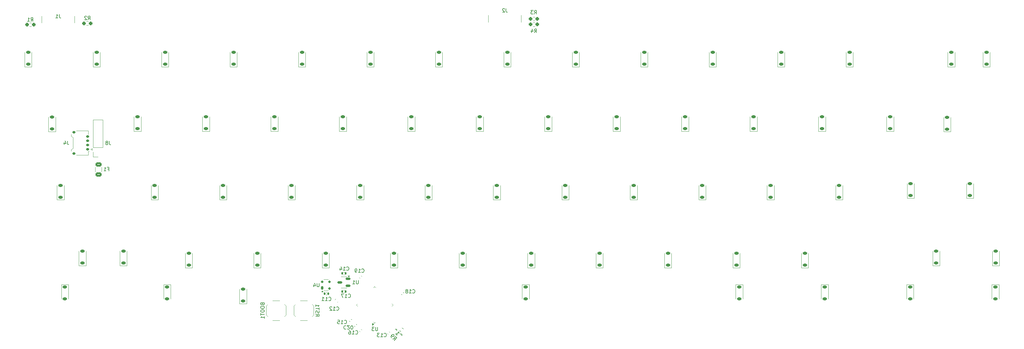
<source format=gbo>
G04 #@! TF.GenerationSoftware,KiCad,Pcbnew,8.0.4*
G04 #@! TF.CreationDate,2024-08-26T00:00:45+02:00*
G04 #@! TF.ProjectId,keyboard,6b657962-6f61-4726-942e-6b696361645f,rev?*
G04 #@! TF.SameCoordinates,Original*
G04 #@! TF.FileFunction,Legend,Bot*
G04 #@! TF.FilePolarity,Positive*
%FSLAX46Y46*%
G04 Gerber Fmt 4.6, Leading zero omitted, Abs format (unit mm)*
G04 Created by KiCad (PCBNEW 8.0.4) date 2024-08-26 00:00:45*
%MOMM*%
%LPD*%
G01*
G04 APERTURE LIST*
G04 Aperture macros list*
%AMRoundRect*
0 Rectangle with rounded corners*
0 $1 Rounding radius*
0 $2 $3 $4 $5 $6 $7 $8 $9 X,Y pos of 4 corners*
0 Add a 4 corners polygon primitive as box body*
4,1,4,$2,$3,$4,$5,$6,$7,$8,$9,$2,$3,0*
0 Add four circle primitives for the rounded corners*
1,1,$1+$1,$2,$3*
1,1,$1+$1,$4,$5*
1,1,$1+$1,$6,$7*
1,1,$1+$1,$8,$9*
0 Add four rect primitives between the rounded corners*
20,1,$1+$1,$2,$3,$4,$5,0*
20,1,$1+$1,$4,$5,$6,$7,0*
20,1,$1+$1,$6,$7,$8,$9,0*
20,1,$1+$1,$8,$9,$2,$3,0*%
G04 Aperture macros list end*
%ADD10C,0.150000*%
%ADD11C,0.160000*%
%ADD12C,0.120000*%
%ADD13RoundRect,0.237500X-0.344715X0.008839X0.008839X-0.344715X0.344715X-0.008839X-0.008839X0.344715X0*%
%ADD14C,1.750000*%
%ADD15C,4.000000*%
%ADD16C,2.500000*%
%ADD17O,4.900000X2.500000*%
%ADD18C,3.048000*%
%ADD19C,3.987800*%
%ADD20RoundRect,0.225000X-0.375000X0.225000X-0.375000X-0.225000X0.375000X-0.225000X0.375000X0.225000X0*%
%ADD21RoundRect,0.225000X0.375000X-0.225000X0.375000X0.225000X-0.375000X0.225000X-0.375000X-0.225000X0*%
%ADD22RoundRect,0.140000X0.219203X0.021213X0.021213X0.219203X-0.219203X-0.021213X-0.021213X-0.219203X0*%
%ADD23RoundRect,0.140000X-0.219203X-0.021213X-0.021213X-0.219203X0.219203X0.021213X0.021213X0.219203X0*%
%ADD24O,8.000000X5.000000*%
%ADD25O,10.000000X5.000000*%
%ADD26RoundRect,0.237500X-0.250000X-0.237500X0.250000X-0.237500X0.250000X0.237500X-0.250000X0.237500X0*%
%ADD27RoundRect,0.140000X-0.140000X-0.170000X0.140000X-0.170000X0.140000X0.170000X-0.140000X0.170000X0*%
%ADD28RoundRect,0.237500X0.250000X0.237500X-0.250000X0.237500X-0.250000X-0.237500X0.250000X-0.237500X0*%
%ADD29RoundRect,0.250000X-0.625000X0.375000X-0.625000X-0.375000X0.625000X-0.375000X0.625000X0.375000X0*%
%ADD30R,1.700000X1.700000*%
%ADD31O,1.700000X1.700000*%
%ADD32RoundRect,0.140000X0.140000X0.170000X-0.140000X0.170000X-0.140000X-0.170000X0.140000X-0.170000X0*%
%ADD33RoundRect,0.075000X-0.415425X-0.521491X0.521491X0.415425X0.415425X0.521491X-0.521491X-0.415425X0*%
%ADD34RoundRect,0.075000X0.415425X-0.521491X0.521491X-0.415425X-0.415425X0.521491X-0.521491X0.415425X0*%
%ADD35C,5.000000*%
%ADD36RoundRect,0.150000X0.275000X-0.150000X0.275000X0.150000X-0.275000X0.150000X-0.275000X-0.150000X0*%
%ADD37RoundRect,0.175000X0.225000X-0.175000X0.225000X0.175000X-0.225000X0.175000X-0.225000X-0.175000X0*%
%ADD38R,1.000000X1.700000*%
%ADD39RoundRect,0.225000X-0.017678X0.335876X-0.335876X0.017678X0.017678X-0.335876X0.335876X-0.017678X0*%
%ADD40C,0.650000*%
%ADD41R,0.600000X1.100000*%
%ADD42R,0.300000X1.240000*%
%ADD43R,0.300000X1.020000*%
%ADD44R,0.300000X1.120000*%
%ADD45O,1.000000X1.800000*%
%ADD46O,1.000000X2.200000*%
%ADD47RoundRect,0.150000X0.512500X0.150000X-0.512500X0.150000X-0.512500X-0.150000X0.512500X-0.150000X0*%
%ADD48C,6.000000*%
%ADD49RoundRect,0.175000X-0.175000X-0.325000X0.175000X-0.325000X0.175000X0.325000X-0.175000X0.325000X0*%
%ADD50RoundRect,0.150000X-0.200000X-0.150000X0.200000X-0.150000X0.200000X0.150000X-0.200000X0.150000X0*%
G04 APERTURE END LIST*
D10*
X103667035Y-82732572D02*
X104239454Y-82631557D01*
X104071096Y-83136633D02*
X104778202Y-82429526D01*
X104778202Y-82429526D02*
X104508828Y-82160152D01*
X104508828Y-82160152D02*
X104407813Y-82126480D01*
X104407813Y-82126480D02*
X104340470Y-82126480D01*
X104340470Y-82126480D02*
X104239454Y-82160152D01*
X104239454Y-82160152D02*
X104138439Y-82261167D01*
X104138439Y-82261167D02*
X104104767Y-82362183D01*
X104104767Y-82362183D02*
X104104767Y-82429526D01*
X104104767Y-82429526D02*
X104138439Y-82530541D01*
X104138439Y-82530541D02*
X104407813Y-82799915D01*
X102993600Y-82059137D02*
X103397661Y-82463198D01*
X103195630Y-82261167D02*
X103902737Y-81554061D01*
X103902737Y-81554061D02*
X103869065Y-81722419D01*
X103869065Y-81722419D02*
X103869065Y-81857106D01*
X103869065Y-81857106D02*
X103902737Y-81958122D01*
X103262973Y-80914297D02*
X103195630Y-80846954D01*
X103195630Y-80846954D02*
X103094615Y-80813282D01*
X103094615Y-80813282D02*
X103027271Y-80813282D01*
X103027271Y-80813282D02*
X102926256Y-80846954D01*
X102926256Y-80846954D02*
X102757897Y-80947969D01*
X102757897Y-80947969D02*
X102589538Y-81116328D01*
X102589538Y-81116328D02*
X102488523Y-81284686D01*
X102488523Y-81284686D02*
X102454851Y-81385702D01*
X102454851Y-81385702D02*
X102454851Y-81453045D01*
X102454851Y-81453045D02*
X102488523Y-81554060D01*
X102488523Y-81554060D02*
X102555867Y-81621404D01*
X102555867Y-81621404D02*
X102656882Y-81655076D01*
X102656882Y-81655076D02*
X102724225Y-81655076D01*
X102724225Y-81655076D02*
X102825241Y-81621404D01*
X102825241Y-81621404D02*
X102993599Y-81520389D01*
X102993599Y-81520389D02*
X103161958Y-81352030D01*
X103161958Y-81352030D02*
X103262973Y-81183671D01*
X103262973Y-81183671D02*
X103296645Y-81082656D01*
X103296645Y-81082656D02*
X103296645Y-81015312D01*
X103296645Y-81015312D02*
X103262973Y-80914297D01*
X102185082Y-83550619D02*
X102757501Y-83449604D01*
X102589143Y-83954680D02*
X103296249Y-83247573D01*
X103296249Y-83247573D02*
X103026875Y-82978199D01*
X103026875Y-82978199D02*
X102925860Y-82944527D01*
X102925860Y-82944527D02*
X102858517Y-82944527D01*
X102858517Y-82944527D02*
X102757501Y-82978199D01*
X102757501Y-82978199D02*
X102656486Y-83079214D01*
X102656486Y-83079214D02*
X102622814Y-83180230D01*
X102622814Y-83180230D02*
X102622814Y-83247573D01*
X102622814Y-83247573D02*
X102656486Y-83348588D01*
X102656486Y-83348588D02*
X102925860Y-83617962D01*
X101848364Y-83213901D02*
X101713677Y-83079214D01*
X101713677Y-83079214D02*
X101680005Y-82978199D01*
X101680005Y-82978199D02*
X101680005Y-82910856D01*
X101680005Y-82910856D02*
X101713677Y-82742497D01*
X101713677Y-82742497D02*
X101814692Y-82574138D01*
X101814692Y-82574138D02*
X102084066Y-82304764D01*
X102084066Y-82304764D02*
X102185082Y-82271092D01*
X102185082Y-82271092D02*
X102252425Y-82271092D01*
X102252425Y-82271092D02*
X102353440Y-82304764D01*
X102353440Y-82304764D02*
X102488127Y-82439451D01*
X102488127Y-82439451D02*
X102521799Y-82540466D01*
X102521799Y-82540466D02*
X102521799Y-82607810D01*
X102521799Y-82607810D02*
X102488127Y-82708825D01*
X102488127Y-82708825D02*
X102319769Y-82877184D01*
X102319769Y-82877184D02*
X102218753Y-82910856D01*
X102218753Y-82910856D02*
X102151410Y-82910856D01*
X102151410Y-82910856D02*
X102050395Y-82877184D01*
X102050395Y-82877184D02*
X101915708Y-82742497D01*
X101915708Y-82742497D02*
X101882036Y-82641482D01*
X101882036Y-82641482D02*
X101882036Y-82574138D01*
X101882036Y-82574138D02*
X101915708Y-82473123D01*
D11*
X93542858Y-64934060D02*
X93590477Y-64981680D01*
X93590477Y-64981680D02*
X93733334Y-65029299D01*
X93733334Y-65029299D02*
X93828572Y-65029299D01*
X93828572Y-65029299D02*
X93971429Y-64981680D01*
X93971429Y-64981680D02*
X94066667Y-64886441D01*
X94066667Y-64886441D02*
X94114286Y-64791203D01*
X94114286Y-64791203D02*
X94161905Y-64600727D01*
X94161905Y-64600727D02*
X94161905Y-64457870D01*
X94161905Y-64457870D02*
X94114286Y-64267394D01*
X94114286Y-64267394D02*
X94066667Y-64172156D01*
X94066667Y-64172156D02*
X93971429Y-64076918D01*
X93971429Y-64076918D02*
X93828572Y-64029299D01*
X93828572Y-64029299D02*
X93733334Y-64029299D01*
X93733334Y-64029299D02*
X93590477Y-64076918D01*
X93590477Y-64076918D02*
X93542858Y-64124537D01*
X92590477Y-65029299D02*
X93161905Y-65029299D01*
X92876191Y-65029299D02*
X92876191Y-64029299D01*
X92876191Y-64029299D02*
X92971429Y-64172156D01*
X92971429Y-64172156D02*
X93066667Y-64267394D01*
X93066667Y-64267394D02*
X93161905Y-64315013D01*
X92114286Y-65029299D02*
X91923810Y-65029299D01*
X91923810Y-65029299D02*
X91828572Y-64981680D01*
X91828572Y-64981680D02*
X91780953Y-64934060D01*
X91780953Y-64934060D02*
X91685715Y-64791203D01*
X91685715Y-64791203D02*
X91638096Y-64600727D01*
X91638096Y-64600727D02*
X91638096Y-64219775D01*
X91638096Y-64219775D02*
X91685715Y-64124537D01*
X91685715Y-64124537D02*
X91733334Y-64076918D01*
X91733334Y-64076918D02*
X91828572Y-64029299D01*
X91828572Y-64029299D02*
X92019048Y-64029299D01*
X92019048Y-64029299D02*
X92114286Y-64076918D01*
X92114286Y-64076918D02*
X92161905Y-64124537D01*
X92161905Y-64124537D02*
X92209524Y-64219775D01*
X92209524Y-64219775D02*
X92209524Y-64457870D01*
X92209524Y-64457870D02*
X92161905Y-64553108D01*
X92161905Y-64553108D02*
X92114286Y-64600727D01*
X92114286Y-64600727D02*
X92019048Y-64648346D01*
X92019048Y-64648346D02*
X91828572Y-64648346D01*
X91828572Y-64648346D02*
X91733334Y-64600727D01*
X91733334Y-64600727D02*
X91685715Y-64553108D01*
X91685715Y-64553108D02*
X91638096Y-64457870D01*
X89157142Y-79940939D02*
X89109523Y-79893320D01*
X89109523Y-79893320D02*
X88966666Y-79845700D01*
X88966666Y-79845700D02*
X88871428Y-79845700D01*
X88871428Y-79845700D02*
X88728571Y-79893320D01*
X88728571Y-79893320D02*
X88633333Y-79988558D01*
X88633333Y-79988558D02*
X88585714Y-80083796D01*
X88585714Y-80083796D02*
X88538095Y-80274272D01*
X88538095Y-80274272D02*
X88538095Y-80417129D01*
X88538095Y-80417129D02*
X88585714Y-80607605D01*
X88585714Y-80607605D02*
X88633333Y-80702843D01*
X88633333Y-80702843D02*
X88728571Y-80798081D01*
X88728571Y-80798081D02*
X88871428Y-80845700D01*
X88871428Y-80845700D02*
X88966666Y-80845700D01*
X88966666Y-80845700D02*
X89109523Y-80798081D01*
X89109523Y-80798081D02*
X89157142Y-80750462D01*
X89538095Y-80750462D02*
X89585714Y-80798081D01*
X89585714Y-80798081D02*
X89680952Y-80845700D01*
X89680952Y-80845700D02*
X89919047Y-80845700D01*
X89919047Y-80845700D02*
X90014285Y-80798081D01*
X90014285Y-80798081D02*
X90061904Y-80750462D01*
X90061904Y-80750462D02*
X90109523Y-80655224D01*
X90109523Y-80655224D02*
X90109523Y-80559986D01*
X90109523Y-80559986D02*
X90061904Y-80417129D01*
X90061904Y-80417129D02*
X89490476Y-79845700D01*
X89490476Y-79845700D02*
X90109523Y-79845700D01*
X90728571Y-80845700D02*
X90823809Y-80845700D01*
X90823809Y-80845700D02*
X90919047Y-80798081D01*
X90919047Y-80798081D02*
X90966666Y-80750462D01*
X90966666Y-80750462D02*
X91014285Y-80655224D01*
X91014285Y-80655224D02*
X91061904Y-80464748D01*
X91061904Y-80464748D02*
X91061904Y-80226653D01*
X91061904Y-80226653D02*
X91014285Y-80036177D01*
X91014285Y-80036177D02*
X90966666Y-79940939D01*
X90966666Y-79940939D02*
X90919047Y-79893320D01*
X90919047Y-79893320D02*
X90823809Y-79845700D01*
X90823809Y-79845700D02*
X90728571Y-79845700D01*
X90728571Y-79845700D02*
X90633333Y-79893320D01*
X90633333Y-79893320D02*
X90585714Y-79940939D01*
X90585714Y-79940939D02*
X90538095Y-80036177D01*
X90538095Y-80036177D02*
X90490476Y-80226653D01*
X90490476Y-80226653D02*
X90490476Y-80464748D01*
X90490476Y-80464748D02*
X90538095Y-80655224D01*
X90538095Y-80655224D02*
X90585714Y-80750462D01*
X90585714Y-80750462D02*
X90633333Y-80798081D01*
X90633333Y-80798081D02*
X90728571Y-80845700D01*
X99742857Y-82859060D02*
X99790476Y-82906680D01*
X99790476Y-82906680D02*
X99933333Y-82954299D01*
X99933333Y-82954299D02*
X100028571Y-82954299D01*
X100028571Y-82954299D02*
X100171428Y-82906680D01*
X100171428Y-82906680D02*
X100266666Y-82811441D01*
X100266666Y-82811441D02*
X100314285Y-82716203D01*
X100314285Y-82716203D02*
X100361904Y-82525727D01*
X100361904Y-82525727D02*
X100361904Y-82382870D01*
X100361904Y-82382870D02*
X100314285Y-82192394D01*
X100314285Y-82192394D02*
X100266666Y-82097156D01*
X100266666Y-82097156D02*
X100171428Y-82001918D01*
X100171428Y-82001918D02*
X100028571Y-81954299D01*
X100028571Y-81954299D02*
X99933333Y-81954299D01*
X99933333Y-81954299D02*
X99790476Y-82001918D01*
X99790476Y-82001918D02*
X99742857Y-82049537D01*
X98790476Y-82954299D02*
X99361904Y-82954299D01*
X99076190Y-82954299D02*
X99076190Y-81954299D01*
X99076190Y-81954299D02*
X99171428Y-82097156D01*
X99171428Y-82097156D02*
X99266666Y-82192394D01*
X99266666Y-82192394D02*
X99361904Y-82240013D01*
X98457142Y-81954299D02*
X97838095Y-81954299D01*
X97838095Y-81954299D02*
X98171428Y-82335251D01*
X98171428Y-82335251D02*
X98028571Y-82335251D01*
X98028571Y-82335251D02*
X97933333Y-82382870D01*
X97933333Y-82382870D02*
X97885714Y-82430489D01*
X97885714Y-82430489D02*
X97838095Y-82525727D01*
X97838095Y-82525727D02*
X97838095Y-82763822D01*
X97838095Y-82763822D02*
X97885714Y-82859060D01*
X97885714Y-82859060D02*
X97933333Y-82906680D01*
X97933333Y-82906680D02*
X98028571Y-82954299D01*
X98028571Y-82954299D02*
X98314285Y-82954299D01*
X98314285Y-82954299D02*
X98409523Y-82906680D01*
X98409523Y-82906680D02*
X98457142Y-82859060D01*
X141566666Y6945700D02*
X141899999Y7421891D01*
X142138094Y6945700D02*
X142138094Y7945700D01*
X142138094Y7945700D02*
X141757142Y7945700D01*
X141757142Y7945700D02*
X141661904Y7898081D01*
X141661904Y7898081D02*
X141614285Y7850462D01*
X141614285Y7850462D02*
X141566666Y7755224D01*
X141566666Y7755224D02*
X141566666Y7612367D01*
X141566666Y7612367D02*
X141614285Y7517129D01*
X141614285Y7517129D02*
X141661904Y7469510D01*
X141661904Y7469510D02*
X141757142Y7421891D01*
X141757142Y7421891D02*
X142138094Y7421891D01*
X141233332Y7945700D02*
X140614285Y7945700D01*
X140614285Y7945700D02*
X140947618Y7564748D01*
X140947618Y7564748D02*
X140804761Y7564748D01*
X140804761Y7564748D02*
X140709523Y7517129D01*
X140709523Y7517129D02*
X140661904Y7469510D01*
X140661904Y7469510D02*
X140614285Y7374272D01*
X140614285Y7374272D02*
X140614285Y7136177D01*
X140614285Y7136177D02*
X140661904Y7040939D01*
X140661904Y7040939D02*
X140709523Y6993320D01*
X140709523Y6993320D02*
X140804761Y6945700D01*
X140804761Y6945700D02*
X141090475Y6945700D01*
X141090475Y6945700D02*
X141185713Y6993320D01*
X141185713Y6993320D02*
X141233332Y7040939D01*
X89317857Y-64359060D02*
X89365476Y-64406680D01*
X89365476Y-64406680D02*
X89508333Y-64454299D01*
X89508333Y-64454299D02*
X89603571Y-64454299D01*
X89603571Y-64454299D02*
X89746428Y-64406680D01*
X89746428Y-64406680D02*
X89841666Y-64311441D01*
X89841666Y-64311441D02*
X89889285Y-64216203D01*
X89889285Y-64216203D02*
X89936904Y-64025727D01*
X89936904Y-64025727D02*
X89936904Y-63882870D01*
X89936904Y-63882870D02*
X89889285Y-63692394D01*
X89889285Y-63692394D02*
X89841666Y-63597156D01*
X89841666Y-63597156D02*
X89746428Y-63501918D01*
X89746428Y-63501918D02*
X89603571Y-63454299D01*
X89603571Y-63454299D02*
X89508333Y-63454299D01*
X89508333Y-63454299D02*
X89365476Y-63501918D01*
X89365476Y-63501918D02*
X89317857Y-63549537D01*
X88365476Y-64454299D02*
X88936904Y-64454299D01*
X88651190Y-64454299D02*
X88651190Y-63454299D01*
X88651190Y-63454299D02*
X88746428Y-63597156D01*
X88746428Y-63597156D02*
X88841666Y-63692394D01*
X88841666Y-63692394D02*
X88936904Y-63740013D01*
X87508333Y-63787632D02*
X87508333Y-64454299D01*
X87746428Y-63406680D02*
X87984523Y-64120965D01*
X87984523Y-64120965D02*
X87365476Y-64120965D01*
X141591666Y1795700D02*
X141924999Y2271891D01*
X142163094Y1795700D02*
X142163094Y2795700D01*
X142163094Y2795700D02*
X141782142Y2795700D01*
X141782142Y2795700D02*
X141686904Y2748081D01*
X141686904Y2748081D02*
X141639285Y2700462D01*
X141639285Y2700462D02*
X141591666Y2605224D01*
X141591666Y2605224D02*
X141591666Y2462367D01*
X141591666Y2462367D02*
X141639285Y2367129D01*
X141639285Y2367129D02*
X141686904Y2319510D01*
X141686904Y2319510D02*
X141782142Y2271891D01*
X141782142Y2271891D02*
X142163094Y2271891D01*
X140734523Y2462367D02*
X140734523Y1795700D01*
X140972618Y2843320D02*
X141210713Y2129034D01*
X141210713Y2129034D02*
X140591666Y2129034D01*
X22833333Y-36205489D02*
X23166666Y-36205489D01*
X23166666Y-36729299D02*
X23166666Y-35729299D01*
X23166666Y-35729299D02*
X22690476Y-35729299D01*
X21785714Y-36729299D02*
X22357142Y-36729299D01*
X22071428Y-36729299D02*
X22071428Y-35729299D01*
X22071428Y-35729299D02*
X22166666Y-35872156D01*
X22166666Y-35872156D02*
X22261904Y-35967394D01*
X22261904Y-35967394D02*
X22357142Y-36015013D01*
X23283333Y-28454299D02*
X23283333Y-29168584D01*
X23283333Y-29168584D02*
X23330952Y-29311441D01*
X23330952Y-29311441D02*
X23426190Y-29406680D01*
X23426190Y-29406680D02*
X23569047Y-29454299D01*
X23569047Y-29454299D02*
X23664285Y-29454299D01*
X22664285Y-28882870D02*
X22759523Y-28835251D01*
X22759523Y-28835251D02*
X22807142Y-28787632D01*
X22807142Y-28787632D02*
X22854761Y-28692394D01*
X22854761Y-28692394D02*
X22854761Y-28644775D01*
X22854761Y-28644775D02*
X22807142Y-28549537D01*
X22807142Y-28549537D02*
X22759523Y-28501918D01*
X22759523Y-28501918D02*
X22664285Y-28454299D01*
X22664285Y-28454299D02*
X22473809Y-28454299D01*
X22473809Y-28454299D02*
X22378571Y-28501918D01*
X22378571Y-28501918D02*
X22330952Y-28549537D01*
X22330952Y-28549537D02*
X22283333Y-28644775D01*
X22283333Y-28644775D02*
X22283333Y-28692394D01*
X22283333Y-28692394D02*
X22330952Y-28787632D01*
X22330952Y-28787632D02*
X22378571Y-28835251D01*
X22378571Y-28835251D02*
X22473809Y-28882870D01*
X22473809Y-28882870D02*
X22664285Y-28882870D01*
X22664285Y-28882870D02*
X22759523Y-28930489D01*
X22759523Y-28930489D02*
X22807142Y-28978108D01*
X22807142Y-28978108D02*
X22854761Y-29073346D01*
X22854761Y-29073346D02*
X22854761Y-29263822D01*
X22854761Y-29263822D02*
X22807142Y-29359060D01*
X22807142Y-29359060D02*
X22759523Y-29406680D01*
X22759523Y-29406680D02*
X22664285Y-29454299D01*
X22664285Y-29454299D02*
X22473809Y-29454299D01*
X22473809Y-29454299D02*
X22378571Y-29406680D01*
X22378571Y-29406680D02*
X22330952Y-29359060D01*
X22330952Y-29359060D02*
X22283333Y-29263822D01*
X22283333Y-29263822D02*
X22283333Y-29073346D01*
X22283333Y-29073346D02*
X22330952Y-28978108D01*
X22330952Y-28978108D02*
X22378571Y-28930489D01*
X22378571Y-28930489D02*
X22473809Y-28882870D01*
X88692857Y-79209059D02*
X88740476Y-79256679D01*
X88740476Y-79256679D02*
X88883333Y-79304298D01*
X88883333Y-79304298D02*
X88978571Y-79304298D01*
X88978571Y-79304298D02*
X89121428Y-79256679D01*
X89121428Y-79256679D02*
X89216666Y-79161440D01*
X89216666Y-79161440D02*
X89264285Y-79066202D01*
X89264285Y-79066202D02*
X89311904Y-78875726D01*
X89311904Y-78875726D02*
X89311904Y-78732869D01*
X89311904Y-78732869D02*
X89264285Y-78542393D01*
X89264285Y-78542393D02*
X89216666Y-78447155D01*
X89216666Y-78447155D02*
X89121428Y-78351917D01*
X89121428Y-78351917D02*
X88978571Y-78304298D01*
X88978571Y-78304298D02*
X88883333Y-78304298D01*
X88883333Y-78304298D02*
X88740476Y-78351917D01*
X88740476Y-78351917D02*
X88692857Y-78399536D01*
X87740476Y-79304298D02*
X88311904Y-79304298D01*
X88026190Y-79304298D02*
X88026190Y-78304298D01*
X88026190Y-78304298D02*
X88121428Y-78447155D01*
X88121428Y-78447155D02*
X88216666Y-78542393D01*
X88216666Y-78542393D02*
X88311904Y-78590012D01*
X86835714Y-78304298D02*
X87311904Y-78304298D01*
X87311904Y-78304298D02*
X87359523Y-78780488D01*
X87359523Y-78780488D02*
X87311904Y-78732869D01*
X87311904Y-78732869D02*
X87216666Y-78685250D01*
X87216666Y-78685250D02*
X86978571Y-78685250D01*
X86978571Y-78685250D02*
X86883333Y-78732869D01*
X86883333Y-78732869D02*
X86835714Y-78780488D01*
X86835714Y-78780488D02*
X86788095Y-78875726D01*
X86788095Y-78875726D02*
X86788095Y-79113821D01*
X86788095Y-79113821D02*
X86835714Y-79209059D01*
X86835714Y-79209059D02*
X86883333Y-79256679D01*
X86883333Y-79256679D02*
X86978571Y-79304298D01*
X86978571Y-79304298D02*
X87216666Y-79304298D01*
X87216666Y-79304298D02*
X87311904Y-79256679D01*
X87311904Y-79256679D02*
X87359523Y-79209059D01*
X89792857Y-71909060D02*
X89840476Y-71956680D01*
X89840476Y-71956680D02*
X89983333Y-72004299D01*
X89983333Y-72004299D02*
X90078571Y-72004299D01*
X90078571Y-72004299D02*
X90221428Y-71956680D01*
X90221428Y-71956680D02*
X90316666Y-71861441D01*
X90316666Y-71861441D02*
X90364285Y-71766203D01*
X90364285Y-71766203D02*
X90411904Y-71575727D01*
X90411904Y-71575727D02*
X90411904Y-71432870D01*
X90411904Y-71432870D02*
X90364285Y-71242394D01*
X90364285Y-71242394D02*
X90316666Y-71147156D01*
X90316666Y-71147156D02*
X90221428Y-71051918D01*
X90221428Y-71051918D02*
X90078571Y-71004299D01*
X90078571Y-71004299D02*
X89983333Y-71004299D01*
X89983333Y-71004299D02*
X89840476Y-71051918D01*
X89840476Y-71051918D02*
X89792857Y-71099537D01*
X88840476Y-72004299D02*
X89411904Y-72004299D01*
X89126190Y-72004299D02*
X89126190Y-71004299D01*
X89126190Y-71004299D02*
X89221428Y-71147156D01*
X89221428Y-71147156D02*
X89316666Y-71242394D01*
X89316666Y-71242394D02*
X89411904Y-71290013D01*
X88507142Y-71004299D02*
X87840476Y-71004299D01*
X87840476Y-71004299D02*
X88269047Y-72004299D01*
X97961904Y-80254299D02*
X97961904Y-81063822D01*
X97961904Y-81063822D02*
X97914285Y-81159060D01*
X97914285Y-81159060D02*
X97866666Y-81206680D01*
X97866666Y-81206680D02*
X97771428Y-81254299D01*
X97771428Y-81254299D02*
X97580952Y-81254299D01*
X97580952Y-81254299D02*
X97485714Y-81206680D01*
X97485714Y-81206680D02*
X97438095Y-81159060D01*
X97438095Y-81159060D02*
X97390476Y-81063822D01*
X97390476Y-81063822D02*
X97390476Y-80254299D01*
X97009523Y-80254299D02*
X96390476Y-80254299D01*
X96390476Y-80254299D02*
X96723809Y-80635251D01*
X96723809Y-80635251D02*
X96580952Y-80635251D01*
X96580952Y-80635251D02*
X96485714Y-80682870D01*
X96485714Y-80682870D02*
X96438095Y-80730489D01*
X96438095Y-80730489D02*
X96390476Y-80825727D01*
X96390476Y-80825727D02*
X96390476Y-81063822D01*
X96390476Y-81063822D02*
X96438095Y-81159060D01*
X96438095Y-81159060D02*
X96485714Y-81206680D01*
X96485714Y-81206680D02*
X96580952Y-81254299D01*
X96580952Y-81254299D02*
X96866666Y-81254299D01*
X96866666Y-81254299D02*
X96961904Y-81206680D01*
X96961904Y-81206680D02*
X97009523Y-81159060D01*
X17341666Y5350700D02*
X17674999Y5826891D01*
X17913094Y5350700D02*
X17913094Y6350700D01*
X17913094Y6350700D02*
X17532142Y6350700D01*
X17532142Y6350700D02*
X17436904Y6303081D01*
X17436904Y6303081D02*
X17389285Y6255462D01*
X17389285Y6255462D02*
X17341666Y6160224D01*
X17341666Y6160224D02*
X17341666Y6017367D01*
X17341666Y6017367D02*
X17389285Y5922129D01*
X17389285Y5922129D02*
X17436904Y5874510D01*
X17436904Y5874510D02*
X17532142Y5826891D01*
X17532142Y5826891D02*
X17913094Y5826891D01*
X16960713Y6255462D02*
X16913094Y6303081D01*
X16913094Y6303081D02*
X16817856Y6350700D01*
X16817856Y6350700D02*
X16579761Y6350700D01*
X16579761Y6350700D02*
X16484523Y6303081D01*
X16484523Y6303081D02*
X16436904Y6255462D01*
X16436904Y6255462D02*
X16389285Y6160224D01*
X16389285Y6160224D02*
X16389285Y6064986D01*
X16389285Y6064986D02*
X16436904Y5922129D01*
X16436904Y5922129D02*
X17008332Y5350700D01*
X17008332Y5350700D02*
X16389285Y5350700D01*
X107692857Y-70684060D02*
X107740476Y-70731680D01*
X107740476Y-70731680D02*
X107883333Y-70779299D01*
X107883333Y-70779299D02*
X107978571Y-70779299D01*
X107978571Y-70779299D02*
X108121428Y-70731680D01*
X108121428Y-70731680D02*
X108216666Y-70636441D01*
X108216666Y-70636441D02*
X108264285Y-70541203D01*
X108264285Y-70541203D02*
X108311904Y-70350727D01*
X108311904Y-70350727D02*
X108311904Y-70207870D01*
X108311904Y-70207870D02*
X108264285Y-70017394D01*
X108264285Y-70017394D02*
X108216666Y-69922156D01*
X108216666Y-69922156D02*
X108121428Y-69826918D01*
X108121428Y-69826918D02*
X107978571Y-69779299D01*
X107978571Y-69779299D02*
X107883333Y-69779299D01*
X107883333Y-69779299D02*
X107740476Y-69826918D01*
X107740476Y-69826918D02*
X107692857Y-69874537D01*
X106740476Y-70779299D02*
X107311904Y-70779299D01*
X107026190Y-70779299D02*
X107026190Y-69779299D01*
X107026190Y-69779299D02*
X107121428Y-69922156D01*
X107121428Y-69922156D02*
X107216666Y-70017394D01*
X107216666Y-70017394D02*
X107311904Y-70065013D01*
X106169047Y-70207870D02*
X106264285Y-70160251D01*
X106264285Y-70160251D02*
X106311904Y-70112632D01*
X106311904Y-70112632D02*
X106359523Y-70017394D01*
X106359523Y-70017394D02*
X106359523Y-69969775D01*
X106359523Y-69969775D02*
X106311904Y-69874537D01*
X106311904Y-69874537D02*
X106264285Y-69826918D01*
X106264285Y-69826918D02*
X106169047Y-69779299D01*
X106169047Y-69779299D02*
X105978571Y-69779299D01*
X105978571Y-69779299D02*
X105883333Y-69826918D01*
X105883333Y-69826918D02*
X105835714Y-69874537D01*
X105835714Y-69874537D02*
X105788095Y-69969775D01*
X105788095Y-69969775D02*
X105788095Y-70017394D01*
X105788095Y-70017394D02*
X105835714Y-70112632D01*
X105835714Y-70112632D02*
X105883333Y-70160251D01*
X105883333Y-70160251D02*
X105978571Y-70207870D01*
X105978571Y-70207870D02*
X106169047Y-70207870D01*
X106169047Y-70207870D02*
X106264285Y-70255489D01*
X106264285Y-70255489D02*
X106311904Y-70303108D01*
X106311904Y-70303108D02*
X106359523Y-70398346D01*
X106359523Y-70398346D02*
X106359523Y-70588822D01*
X106359523Y-70588822D02*
X106311904Y-70684060D01*
X106311904Y-70684060D02*
X106264285Y-70731680D01*
X106264285Y-70731680D02*
X106169047Y-70779299D01*
X106169047Y-70779299D02*
X105978571Y-70779299D01*
X105978571Y-70779299D02*
X105883333Y-70731680D01*
X105883333Y-70731680D02*
X105835714Y-70684060D01*
X105835714Y-70684060D02*
X105788095Y-70588822D01*
X105788095Y-70588822D02*
X105788095Y-70398346D01*
X105788095Y-70398346D02*
X105835714Y-70303108D01*
X105835714Y-70303108D02*
X105883333Y-70255489D01*
X105883333Y-70255489D02*
X105978571Y-70207870D01*
X1466666Y4950700D02*
X1799999Y5426891D01*
X2038094Y4950700D02*
X2038094Y5950700D01*
X2038094Y5950700D02*
X1657142Y5950700D01*
X1657142Y5950700D02*
X1561904Y5903081D01*
X1561904Y5903081D02*
X1514285Y5855462D01*
X1514285Y5855462D02*
X1466666Y5760224D01*
X1466666Y5760224D02*
X1466666Y5617367D01*
X1466666Y5617367D02*
X1514285Y5522129D01*
X1514285Y5522129D02*
X1561904Y5474510D01*
X1561904Y5474510D02*
X1657142Y5426891D01*
X1657142Y5426891D02*
X2038094Y5426891D01*
X514285Y4950700D02*
X1085713Y4950700D01*
X799999Y4950700D02*
X799999Y5950700D01*
X799999Y5950700D02*
X895237Y5807843D01*
X895237Y5807843D02*
X990475Y5712605D01*
X990475Y5712605D02*
X1085713Y5664986D01*
X11633333Y-28404299D02*
X11633333Y-29118584D01*
X11633333Y-29118584D02*
X11680952Y-29261441D01*
X11680952Y-29261441D02*
X11776190Y-29356680D01*
X11776190Y-29356680D02*
X11919047Y-29404299D01*
X11919047Y-29404299D02*
X12014285Y-29404299D01*
X10728571Y-28737632D02*
X10728571Y-29404299D01*
X10966666Y-28356680D02*
X11204761Y-29070965D01*
X11204761Y-29070965D02*
X10585714Y-29070965D01*
X65880490Y-73766666D02*
X65928109Y-73909523D01*
X65928109Y-73909523D02*
X65975728Y-73957142D01*
X65975728Y-73957142D02*
X66070966Y-74004761D01*
X66070966Y-74004761D02*
X66213823Y-74004761D01*
X66213823Y-74004761D02*
X66309061Y-73957142D01*
X66309061Y-73957142D02*
X66356681Y-73909523D01*
X66356681Y-73909523D02*
X66404300Y-73814285D01*
X66404300Y-73814285D02*
X66404300Y-73433333D01*
X66404300Y-73433333D02*
X65404300Y-73433333D01*
X65404300Y-73433333D02*
X65404300Y-73766666D01*
X65404300Y-73766666D02*
X65451919Y-73861904D01*
X65451919Y-73861904D02*
X65499538Y-73909523D01*
X65499538Y-73909523D02*
X65594776Y-73957142D01*
X65594776Y-73957142D02*
X65690014Y-73957142D01*
X65690014Y-73957142D02*
X65785252Y-73909523D01*
X65785252Y-73909523D02*
X65832871Y-73861904D01*
X65832871Y-73861904D02*
X65880490Y-73766666D01*
X65880490Y-73766666D02*
X65880490Y-73433333D01*
X65404300Y-74623809D02*
X65404300Y-74814285D01*
X65404300Y-74814285D02*
X65451919Y-74909523D01*
X65451919Y-74909523D02*
X65547157Y-75004761D01*
X65547157Y-75004761D02*
X65737633Y-75052380D01*
X65737633Y-75052380D02*
X66070966Y-75052380D01*
X66070966Y-75052380D02*
X66261442Y-75004761D01*
X66261442Y-75004761D02*
X66356681Y-74909523D01*
X66356681Y-74909523D02*
X66404300Y-74814285D01*
X66404300Y-74814285D02*
X66404300Y-74623809D01*
X66404300Y-74623809D02*
X66356681Y-74528571D01*
X66356681Y-74528571D02*
X66261442Y-74433333D01*
X66261442Y-74433333D02*
X66070966Y-74385714D01*
X66070966Y-74385714D02*
X65737633Y-74385714D01*
X65737633Y-74385714D02*
X65547157Y-74433333D01*
X65547157Y-74433333D02*
X65451919Y-74528571D01*
X65451919Y-74528571D02*
X65404300Y-74623809D01*
X65404300Y-75671428D02*
X65404300Y-75861904D01*
X65404300Y-75861904D02*
X65451919Y-75957142D01*
X65451919Y-75957142D02*
X65547157Y-76052380D01*
X65547157Y-76052380D02*
X65737633Y-76099999D01*
X65737633Y-76099999D02*
X66070966Y-76099999D01*
X66070966Y-76099999D02*
X66261442Y-76052380D01*
X66261442Y-76052380D02*
X66356681Y-75957142D01*
X66356681Y-75957142D02*
X66404300Y-75861904D01*
X66404300Y-75861904D02*
X66404300Y-75671428D01*
X66404300Y-75671428D02*
X66356681Y-75576190D01*
X66356681Y-75576190D02*
X66261442Y-75480952D01*
X66261442Y-75480952D02*
X66070966Y-75433333D01*
X66070966Y-75433333D02*
X65737633Y-75433333D01*
X65737633Y-75433333D02*
X65547157Y-75480952D01*
X65547157Y-75480952D02*
X65451919Y-75576190D01*
X65451919Y-75576190D02*
X65404300Y-75671428D01*
X65404300Y-76385714D02*
X65404300Y-76957142D01*
X66404300Y-76671428D02*
X65404300Y-76671428D01*
X66404300Y-77814285D02*
X66404300Y-77242857D01*
X66404300Y-77528571D02*
X65404300Y-77528571D01*
X65404300Y-77528571D02*
X65547157Y-77433333D01*
X65547157Y-77433333D02*
X65642395Y-77338095D01*
X65642395Y-77338095D02*
X65690014Y-77242857D01*
X91792857Y-82109060D02*
X91840476Y-82156680D01*
X91840476Y-82156680D02*
X91983333Y-82204299D01*
X91983333Y-82204299D02*
X92078571Y-82204299D01*
X92078571Y-82204299D02*
X92221428Y-82156680D01*
X92221428Y-82156680D02*
X92316666Y-82061441D01*
X92316666Y-82061441D02*
X92364285Y-81966203D01*
X92364285Y-81966203D02*
X92411904Y-81775727D01*
X92411904Y-81775727D02*
X92411904Y-81632870D01*
X92411904Y-81632870D02*
X92364285Y-81442394D01*
X92364285Y-81442394D02*
X92316666Y-81347156D01*
X92316666Y-81347156D02*
X92221428Y-81251918D01*
X92221428Y-81251918D02*
X92078571Y-81204299D01*
X92078571Y-81204299D02*
X91983333Y-81204299D01*
X91983333Y-81204299D02*
X91840476Y-81251918D01*
X91840476Y-81251918D02*
X91792857Y-81299537D01*
X90840476Y-82204299D02*
X91411904Y-82204299D01*
X91126190Y-82204299D02*
X91126190Y-81204299D01*
X91126190Y-81204299D02*
X91221428Y-81347156D01*
X91221428Y-81347156D02*
X91316666Y-81442394D01*
X91316666Y-81442394D02*
X91411904Y-81490013D01*
X89983333Y-81204299D02*
X90173809Y-81204299D01*
X90173809Y-81204299D02*
X90269047Y-81251918D01*
X90269047Y-81251918D02*
X90316666Y-81299537D01*
X90316666Y-81299537D02*
X90411904Y-81442394D01*
X90411904Y-81442394D02*
X90459523Y-81632870D01*
X90459523Y-81632870D02*
X90459523Y-82013822D01*
X90459523Y-82013822D02*
X90411904Y-82109060D01*
X90411904Y-82109060D02*
X90364285Y-82156680D01*
X90364285Y-82156680D02*
X90269047Y-82204299D01*
X90269047Y-82204299D02*
X90078571Y-82204299D01*
X90078571Y-82204299D02*
X89983333Y-82156680D01*
X89983333Y-82156680D02*
X89935714Y-82109060D01*
X89935714Y-82109060D02*
X89888095Y-82013822D01*
X89888095Y-82013822D02*
X89888095Y-81775727D01*
X89888095Y-81775727D02*
X89935714Y-81680489D01*
X89935714Y-81680489D02*
X89983333Y-81632870D01*
X89983333Y-81632870D02*
X90078571Y-81585251D01*
X90078571Y-81585251D02*
X90269047Y-81585251D01*
X90269047Y-81585251D02*
X90364285Y-81632870D01*
X90364285Y-81632870D02*
X90411904Y-81680489D01*
X90411904Y-81680489D02*
X90459523Y-81775727D01*
X86517857Y-75484060D02*
X86565476Y-75531680D01*
X86565476Y-75531680D02*
X86708333Y-75579299D01*
X86708333Y-75579299D02*
X86803571Y-75579299D01*
X86803571Y-75579299D02*
X86946428Y-75531680D01*
X86946428Y-75531680D02*
X87041666Y-75436441D01*
X87041666Y-75436441D02*
X87089285Y-75341203D01*
X87089285Y-75341203D02*
X87136904Y-75150727D01*
X87136904Y-75150727D02*
X87136904Y-75007870D01*
X87136904Y-75007870D02*
X87089285Y-74817394D01*
X87089285Y-74817394D02*
X87041666Y-74722156D01*
X87041666Y-74722156D02*
X86946428Y-74626918D01*
X86946428Y-74626918D02*
X86803571Y-74579299D01*
X86803571Y-74579299D02*
X86708333Y-74579299D01*
X86708333Y-74579299D02*
X86565476Y-74626918D01*
X86565476Y-74626918D02*
X86517857Y-74674537D01*
X85565476Y-75579299D02*
X86136904Y-75579299D01*
X85851190Y-75579299D02*
X85851190Y-74579299D01*
X85851190Y-74579299D02*
X85946428Y-74722156D01*
X85946428Y-74722156D02*
X86041666Y-74817394D01*
X86041666Y-74817394D02*
X86136904Y-74865013D01*
X85184523Y-74674537D02*
X85136904Y-74626918D01*
X85136904Y-74626918D02*
X85041666Y-74579299D01*
X85041666Y-74579299D02*
X84803571Y-74579299D01*
X84803571Y-74579299D02*
X84708333Y-74626918D01*
X84708333Y-74626918D02*
X84660714Y-74674537D01*
X84660714Y-74674537D02*
X84613095Y-74769775D01*
X84613095Y-74769775D02*
X84613095Y-74865013D01*
X84613095Y-74865013D02*
X84660714Y-75007870D01*
X84660714Y-75007870D02*
X85232142Y-75579299D01*
X85232142Y-75579299D02*
X84613095Y-75579299D01*
X84342857Y-72809060D02*
X84390476Y-72856680D01*
X84390476Y-72856680D02*
X84533333Y-72904299D01*
X84533333Y-72904299D02*
X84628571Y-72904299D01*
X84628571Y-72904299D02*
X84771428Y-72856680D01*
X84771428Y-72856680D02*
X84866666Y-72761441D01*
X84866666Y-72761441D02*
X84914285Y-72666203D01*
X84914285Y-72666203D02*
X84961904Y-72475727D01*
X84961904Y-72475727D02*
X84961904Y-72332870D01*
X84961904Y-72332870D02*
X84914285Y-72142394D01*
X84914285Y-72142394D02*
X84866666Y-72047156D01*
X84866666Y-72047156D02*
X84771428Y-71951918D01*
X84771428Y-71951918D02*
X84628571Y-71904299D01*
X84628571Y-71904299D02*
X84533333Y-71904299D01*
X84533333Y-71904299D02*
X84390476Y-71951918D01*
X84390476Y-71951918D02*
X84342857Y-71999537D01*
X83390476Y-72904299D02*
X83961904Y-72904299D01*
X83676190Y-72904299D02*
X83676190Y-71904299D01*
X83676190Y-71904299D02*
X83771428Y-72047156D01*
X83771428Y-72047156D02*
X83866666Y-72142394D01*
X83866666Y-72142394D02*
X83961904Y-72190013D01*
X82438095Y-72904299D02*
X83009523Y-72904299D01*
X82723809Y-72904299D02*
X82723809Y-71904299D01*
X82723809Y-71904299D02*
X82819047Y-72047156D01*
X82819047Y-72047156D02*
X82914285Y-72142394D01*
X82914285Y-72142394D02*
X83009523Y-72190013D01*
X133683333Y8445700D02*
X133683333Y7731415D01*
X133683333Y7731415D02*
X133730952Y7588558D01*
X133730952Y7588558D02*
X133826190Y7493320D01*
X133826190Y7493320D02*
X133969047Y7445700D01*
X133969047Y7445700D02*
X134064285Y7445700D01*
X133254761Y8350462D02*
X133207142Y8398081D01*
X133207142Y8398081D02*
X133111904Y8445700D01*
X133111904Y8445700D02*
X132873809Y8445700D01*
X132873809Y8445700D02*
X132778571Y8398081D01*
X132778571Y8398081D02*
X132730952Y8350462D01*
X132730952Y8350462D02*
X132683333Y8255224D01*
X132683333Y8255224D02*
X132683333Y8159986D01*
X132683333Y8159986D02*
X132730952Y8017129D01*
X132730952Y8017129D02*
X133302380Y7445700D01*
X133302380Y7445700D02*
X132683333Y7445700D01*
X92586904Y-67229299D02*
X92586904Y-68038822D01*
X92586904Y-68038822D02*
X92539285Y-68134060D01*
X92539285Y-68134060D02*
X92491666Y-68181680D01*
X92491666Y-68181680D02*
X92396428Y-68229299D01*
X92396428Y-68229299D02*
X92205952Y-68229299D01*
X92205952Y-68229299D02*
X92110714Y-68181680D01*
X92110714Y-68181680D02*
X92063095Y-68134060D01*
X92063095Y-68134060D02*
X92015476Y-68038822D01*
X92015476Y-68038822D02*
X92015476Y-67229299D01*
X91015476Y-68229299D02*
X91586904Y-68229299D01*
X91301190Y-68229299D02*
X91301190Y-67229299D01*
X91301190Y-67229299D02*
X91396428Y-67372156D01*
X91396428Y-67372156D02*
X91491666Y-67467394D01*
X91491666Y-67467394D02*
X91586904Y-67515013D01*
X80695699Y-76623809D02*
X81171890Y-76957142D01*
X80695699Y-77195237D02*
X81695699Y-77195237D01*
X81695699Y-77195237D02*
X81695699Y-76814285D01*
X81695699Y-76814285D02*
X81648080Y-76719047D01*
X81648080Y-76719047D02*
X81600461Y-76671428D01*
X81600461Y-76671428D02*
X81505223Y-76623809D01*
X81505223Y-76623809D02*
X81362366Y-76623809D01*
X81362366Y-76623809D02*
X81267128Y-76671428D01*
X81267128Y-76671428D02*
X81219509Y-76719047D01*
X81219509Y-76719047D02*
X81171890Y-76814285D01*
X81171890Y-76814285D02*
X81171890Y-77195237D01*
X80743319Y-76242856D02*
X80695699Y-76099999D01*
X80695699Y-76099999D02*
X80695699Y-75861904D01*
X80695699Y-75861904D02*
X80743319Y-75766666D01*
X80743319Y-75766666D02*
X80790938Y-75719047D01*
X80790938Y-75719047D02*
X80886176Y-75671428D01*
X80886176Y-75671428D02*
X80981414Y-75671428D01*
X80981414Y-75671428D02*
X81076652Y-75719047D01*
X81076652Y-75719047D02*
X81124271Y-75766666D01*
X81124271Y-75766666D02*
X81171890Y-75861904D01*
X81171890Y-75861904D02*
X81219509Y-76052380D01*
X81219509Y-76052380D02*
X81267128Y-76147618D01*
X81267128Y-76147618D02*
X81314747Y-76195237D01*
X81314747Y-76195237D02*
X81409985Y-76242856D01*
X81409985Y-76242856D02*
X81505223Y-76242856D01*
X81505223Y-76242856D02*
X81600461Y-76195237D01*
X81600461Y-76195237D02*
X81648080Y-76147618D01*
X81648080Y-76147618D02*
X81695699Y-76052380D01*
X81695699Y-76052380D02*
X81695699Y-75814285D01*
X81695699Y-75814285D02*
X81648080Y-75671428D01*
X81695699Y-75385713D02*
X81695699Y-74814285D01*
X80695699Y-75099999D02*
X81695699Y-75099999D01*
X80695699Y-73957142D02*
X80695699Y-74528570D01*
X80695699Y-74242856D02*
X81695699Y-74242856D01*
X81695699Y-74242856D02*
X81552842Y-74338094D01*
X81552842Y-74338094D02*
X81457604Y-74433332D01*
X81457604Y-74433332D02*
X81409985Y-74528570D01*
X9383333Y6845700D02*
X9383333Y6131415D01*
X9383333Y6131415D02*
X9430952Y5988558D01*
X9430952Y5988558D02*
X9526190Y5893320D01*
X9526190Y5893320D02*
X9669047Y5845700D01*
X9669047Y5845700D02*
X9764285Y5845700D01*
X8383333Y5845700D02*
X8954761Y5845700D01*
X8669047Y5845700D02*
X8669047Y6845700D01*
X8669047Y6845700D02*
X8764285Y6702843D01*
X8764285Y6702843D02*
X8859523Y6607605D01*
X8859523Y6607605D02*
X8954761Y6559986D01*
X81661904Y-68029299D02*
X81661904Y-68838822D01*
X81661904Y-68838822D02*
X81614285Y-68934060D01*
X81614285Y-68934060D02*
X81566666Y-68981680D01*
X81566666Y-68981680D02*
X81471428Y-69029299D01*
X81471428Y-69029299D02*
X81280952Y-69029299D01*
X81280952Y-69029299D02*
X81185714Y-68981680D01*
X81185714Y-68981680D02*
X81138095Y-68934060D01*
X81138095Y-68934060D02*
X81090476Y-68838822D01*
X81090476Y-68838822D02*
X81090476Y-68029299D01*
X80185714Y-68362632D02*
X80185714Y-69029299D01*
X80423809Y-67981680D02*
X80661904Y-68695965D01*
X80661904Y-68695965D02*
X80042857Y-68695965D01*
D12*
X104355889Y-81494815D02*
X103995655Y-81134581D01*
X105094815Y-80755889D02*
X104734581Y-80395655D01*
X103210654Y-82649580D02*
X102850420Y-82289346D01*
X103949580Y-81910654D02*
X103589346Y-81550420D01*
X245150000Y-72399999D02*
X245150000Y-68389999D01*
X247150000Y-68389999D02*
X245150000Y-68389999D01*
X247150000Y-72399999D02*
X247150000Y-68389999D01*
X125350000Y-21700000D02*
X125350000Y-25710000D01*
X125350000Y-25710000D02*
X127350000Y-25710000D01*
X127350000Y-21700000D02*
X127350000Y-25710000D01*
X206300000Y-40800000D02*
X206300000Y-44810000D01*
X206300000Y-44810000D02*
X208300000Y-44810000D01*
X208300000Y-40800000D02*
X208300000Y-44810000D01*
X114000000Y-3725000D02*
X114000000Y-7735000D01*
X114000000Y-7735000D02*
X116000000Y-7735000D01*
X116000000Y-3725000D02*
X116000000Y-7735000D01*
X239600000Y-21700000D02*
X239600000Y-25710000D01*
X239600000Y-25710000D02*
X241600000Y-25710000D01*
X241600000Y-21700000D02*
X241600000Y-25710000D01*
X92883151Y-66450132D02*
X93035654Y-66602635D01*
X93392268Y-65941015D02*
X93544771Y-66093518D01*
X59500000Y-69700000D02*
X59500000Y-73710000D01*
X59500000Y-73710000D02*
X61500000Y-73710000D01*
X61500000Y-69700000D02*
X61500000Y-73710000D01*
X94950000Y-3725000D02*
X94950000Y-7735000D01*
X94950000Y-7735000D02*
X96950000Y-7735000D01*
X96950000Y-3725000D02*
X96950000Y-7735000D01*
X91611104Y-80070221D02*
X91458601Y-79917718D01*
X92120221Y-79561104D02*
X91967718Y-79408601D01*
X225400000Y-40800000D02*
X225400000Y-44810000D01*
X225400000Y-44810000D02*
X227400000Y-44810000D01*
X227400000Y-40800000D02*
X227400000Y-44810000D01*
X158700000Y-59700000D02*
X158700000Y-63710000D01*
X158700000Y-63710000D02*
X160700000Y-63710000D01*
X160700000Y-59700000D02*
X160700000Y-63710000D01*
X100813829Y-82158985D02*
X100661326Y-82006482D01*
X101322946Y-81649868D02*
X101170443Y-81497365D01*
X101500000Y-59700000D02*
X101500000Y-63710000D01*
X101500000Y-63710000D02*
X103500000Y-63710000D01*
X103500000Y-59700000D02*
X103500000Y-63710000D01*
X190200000Y-3725000D02*
X190200000Y-7735000D01*
X190200000Y-7735000D02*
X192200000Y-7735000D01*
X192200000Y-3725000D02*
X192200000Y-7735000D01*
X266400000Y-3725000D02*
X266400000Y-7735000D01*
X266400000Y-7735000D02*
X268400000Y-7735000D01*
X268400000Y-3725000D02*
X268400000Y-7735000D01*
X56850000Y-3725000D02*
X56850000Y-7735000D01*
X56850000Y-7735000D02*
X58850000Y-7735000D01*
X58850000Y-3725000D02*
X58850000Y-7735000D01*
X141679724Y6147500D02*
X141170276Y6147500D01*
X141679724Y5102500D02*
X141170276Y5102500D01*
X88677835Y-64940000D02*
X88462163Y-64940000D01*
X88677835Y-65660000D02*
X88462163Y-65660000D01*
X49150000Y-21700000D02*
X49150000Y-25710000D01*
X49150000Y-25710000D02*
X51150000Y-25710000D01*
X51150000Y-21700000D02*
X51150000Y-25710000D01*
X141170276Y4572500D02*
X141679724Y4572500D01*
X141170276Y3527500D02*
X141679724Y3527500D01*
X19340000Y-36952064D02*
X19340000Y-35747936D01*
X21160000Y-36952064D02*
X21160000Y-35747936D01*
X120600000Y-59700000D02*
X120600000Y-63710000D01*
X120600000Y-63710000D02*
X122600000Y-63710000D01*
X122600000Y-59700000D02*
X122600000Y-63710000D01*
X171150000Y-3725000D02*
X171150000Y-7735000D01*
X171150000Y-7735000D02*
X173150000Y-7735000D01*
X173150000Y-3725000D02*
X173150000Y-7735000D01*
X197600000Y-72399999D02*
X197600000Y-68389999D01*
X199600000Y-68389999D02*
X197600000Y-68389999D01*
X199600000Y-72399999D02*
X199600000Y-68389999D01*
X37800000Y-3725000D02*
X37800000Y-7735000D01*
X37800000Y-7735000D02*
X39800000Y-7735000D01*
X39800000Y-3725000D02*
X39800000Y-7735000D01*
X168200000Y-40800000D02*
X168200000Y-44810000D01*
X168200000Y-44810000D02*
X170200000Y-44810000D01*
X170200000Y-40800000D02*
X170200000Y-44810000D01*
X252400000Y-59100000D02*
X252400000Y-63110000D01*
X252400000Y-63110000D02*
X254400000Y-63110000D01*
X254400000Y-59100000D02*
X254400000Y-63110000D01*
X149200000Y-40800000D02*
X149200000Y-44810000D01*
X149200000Y-44810000D02*
X151200000Y-44810000D01*
X151200000Y-40800000D02*
X151200000Y-44810000D01*
X18795000Y-22525000D02*
X18795000Y-30205000D01*
X18795000Y-32805000D02*
X18795000Y-31475000D01*
X20125000Y-32805000D02*
X18795000Y-32805000D01*
X21455000Y-22525000D02*
X18795000Y-22525000D01*
X21455000Y-22525000D02*
X21455000Y-30205000D01*
X21455000Y-30205000D02*
X18795000Y-30205000D01*
X245300000Y-40300000D02*
X245300000Y-44310000D01*
X245300000Y-44310000D02*
X247300000Y-44310000D01*
X247300000Y-40300000D02*
X247300000Y-44310000D01*
X90054724Y-78528307D02*
X90207227Y-78680810D01*
X90563841Y-78019190D02*
X90716344Y-78171693D01*
X88462164Y-69940000D02*
X88677836Y-69940000D01*
X88462164Y-70660000D02*
X88677836Y-70660000D01*
X30100000Y-21700000D02*
X30100000Y-25710000D01*
X30100000Y-25710000D02*
X32100000Y-25710000D01*
X32100000Y-21700000D02*
X32100000Y-25710000D01*
X152100000Y-3725000D02*
X152100000Y-7735000D01*
X152100000Y-7735000D02*
X154100000Y-7735000D01*
X154100000Y-3725000D02*
X154100000Y-7735000D01*
X187300000Y-40800000D02*
X187300000Y-44810000D01*
X187300000Y-44810000D02*
X189300000Y-44810000D01*
X189300000Y-40800000D02*
X189300000Y-44810000D01*
X91997737Y-74050000D02*
X92315935Y-73731802D01*
X92315935Y-74368198D02*
X91997737Y-74050000D01*
X96784850Y-78837113D02*
X97103048Y-79155311D01*
X97103048Y-68944689D02*
X96784850Y-69262887D01*
X97103048Y-79155311D02*
X97421246Y-78837113D01*
X97421246Y-69262887D02*
X97103048Y-68944689D01*
X101890161Y-73731802D02*
X102208359Y-74050000D01*
X102208359Y-74050000D02*
X101890161Y-74368198D01*
X96940413Y-79346230D02*
X96459581Y-79827062D01*
X96367657Y-79254306D01*
X96940413Y-79346230D01*
G36*
X96940413Y-79346230D02*
G01*
X96459581Y-79827062D01*
X96367657Y-79254306D01*
X96940413Y-79346230D01*
G37*
X139700000Y-59700000D02*
X139700000Y-63710000D01*
X139700000Y-63710000D02*
X141700000Y-63710000D01*
X141700000Y-59700000D02*
X141700000Y-63710000D01*
X16920276Y4897500D02*
X17429724Y4897500D01*
X16920276Y3852500D02*
X17429724Y3852500D01*
X53950000Y-40800000D02*
X53950000Y-44810000D01*
X53950000Y-44810000D02*
X55950000Y-44810000D01*
X55950000Y-40800000D02*
X55950000Y-44810000D01*
X138170000Y-72400000D02*
X138170000Y-68390000D01*
X140170000Y-68390000D02*
X138170000Y-68390000D01*
X140170000Y-72400000D02*
X140170000Y-68390000D01*
X104661104Y-71220221D02*
X104508601Y-71067718D01*
X105170221Y-70711104D02*
X105017718Y-70558601D01*
X1045276Y4497500D02*
X1554724Y4497500D01*
X1045276Y3452500D02*
X1554724Y3452500D01*
X18750000Y-3725000D02*
X18750000Y-7735000D01*
X18750000Y-7735000D02*
X20750000Y-7735000D01*
X20750000Y-3725000D02*
X20750000Y-7735000D01*
X12695000Y-26585000D02*
X12695000Y-27085000D01*
X12695000Y-27085000D02*
X13195000Y-27385000D01*
X12695000Y-30765000D02*
X12695000Y-31265000D01*
X13195000Y-27385000D02*
X13195000Y-30465000D01*
X13195000Y-30465000D02*
X12695000Y-30765000D01*
X17415000Y-25515000D02*
X14085000Y-25515000D01*
X17415000Y-26565000D02*
X17415000Y-25515000D01*
X17415000Y-31285000D02*
X17415000Y-32335000D01*
X17415000Y-32335000D02*
X14085000Y-32335000D01*
X17625000Y-31285000D02*
X17415000Y-31285000D01*
X18125000Y-30725000D02*
X18478553Y-30975000D01*
X18478553Y-30475000D02*
X18125000Y-30725000D01*
X18478553Y-30975000D02*
X18478553Y-30475000D01*
X92100000Y-40800000D02*
X92100000Y-44810000D01*
X92100000Y-44810000D02*
X94100000Y-44810000D01*
X94100000Y-40800000D02*
X94100000Y-44810000D01*
X268900000Y-72399999D02*
X268900000Y-68389999D01*
X270900000Y-68389999D02*
X268900000Y-68389999D01*
X270900000Y-72399999D02*
X270900000Y-68389999D01*
X38370000Y-72399999D02*
X38370000Y-68389999D01*
X40370000Y-68389999D02*
X38370000Y-68389999D01*
X40370000Y-72399999D02*
X40370000Y-68389999D01*
X8700000Y-40800000D02*
X8700000Y-44810000D01*
X8700000Y-44810000D02*
X10700000Y-44810000D01*
X10700000Y-40800000D02*
X10700000Y-44810000D01*
X44400000Y-59700000D02*
X44400000Y-63710000D01*
X44400000Y-63710000D02*
X46400000Y-63710000D01*
X46400000Y-59700000D02*
X46400000Y-63710000D01*
X261800000Y-40300000D02*
X261800000Y-44310000D01*
X261800000Y-44310000D02*
X263800000Y-44310000D01*
X263800000Y-40300000D02*
X263800000Y-44310000D01*
X73000000Y-40800000D02*
X73000000Y-44810000D01*
X73000000Y-44810000D02*
X75000000Y-44810000D01*
X75000000Y-40800000D02*
X75000000Y-44810000D01*
X66950000Y-74350000D02*
X67400000Y-73900000D01*
X66950000Y-76850000D02*
X66950000Y-74350000D01*
X66950000Y-76850000D02*
X67400000Y-77300000D01*
X70700000Y-72850000D02*
X68700000Y-72850000D01*
X70700000Y-78350000D02*
X68700000Y-78350000D01*
X72450000Y-74350000D02*
X72000000Y-73900000D01*
X72450000Y-76850000D02*
X72000000Y-77300000D01*
X72450000Y-76850000D02*
X72450000Y-74350000D01*
X220600000Y-21700000D02*
X220600000Y-25710000D01*
X220600000Y-25710000D02*
X222600000Y-25710000D01*
X222600000Y-21700000D02*
X222600000Y-25710000D01*
X92879779Y-81338896D02*
X93032282Y-81491399D01*
X93388896Y-80829779D02*
X93541399Y-80982282D01*
X221400000Y-72399999D02*
X221400000Y-68389999D01*
X223400000Y-68389999D02*
X221400000Y-68389999D01*
X223400000Y-72399999D02*
X223400000Y-68389999D01*
X68200000Y-21700000D02*
X68200000Y-25710000D01*
X68200000Y-25710000D02*
X70200000Y-25710000D01*
X70200000Y-21700000D02*
X70200000Y-25710000D01*
X182500000Y-21700000D02*
X182500000Y-25710000D01*
X182500000Y-25710000D02*
X184500000Y-25710000D01*
X184500000Y-21700000D02*
X184500000Y-25710000D01*
X34900000Y-40800000D02*
X34900000Y-44810000D01*
X34900000Y-44810000D02*
X36900000Y-44810000D01*
X36900000Y-40800000D02*
X36900000Y-44810000D01*
X86037978Y-72590773D02*
X86236789Y-72391962D01*
X86759227Y-73312022D02*
X86958038Y-73113211D01*
X82500000Y-59700000D02*
X82500000Y-63710000D01*
X82500000Y-63710000D02*
X84500000Y-63710000D01*
X84500000Y-59700000D02*
X84500000Y-63710000D01*
X83592164Y-70590000D02*
X83807836Y-70590000D01*
X83592164Y-71310000D02*
X83807836Y-71310000D01*
X215850000Y-59700000D02*
X215850000Y-63710000D01*
X215850000Y-63710000D02*
X217850000Y-63710000D01*
X217850000Y-59700000D02*
X217850000Y-63710000D01*
X196800000Y-59700000D02*
X196800000Y-63710000D01*
X196800000Y-63710000D02*
X198800000Y-63710000D01*
X198800000Y-59700000D02*
X198800000Y-63710000D01*
X106300000Y-21700000D02*
X106300000Y-25710000D01*
X106300000Y-25710000D02*
X108300000Y-25710000D01*
X108300000Y-21700000D02*
X108300000Y-25710000D01*
X128770000Y6595000D02*
X128770000Y4675000D01*
X137930000Y4675000D02*
X137930000Y6595000D01*
X87769999Y-66215000D02*
X88569999Y-66215000D01*
X87769999Y-69335000D02*
X88569999Y-69335000D01*
X89369999Y-66215000D02*
X88569999Y-66215000D01*
X89369999Y-69335000D02*
X88569999Y-69335000D01*
X89869999Y-66265000D02*
X89629999Y-65935000D01*
X90109999Y-65935000D01*
X89869999Y-66265000D01*
G36*
X89869999Y-66265000D02*
G01*
X89629999Y-65935000D01*
X90109999Y-65935000D01*
X89869999Y-66265000D01*
G37*
X26200000Y-59100000D02*
X26200000Y-63110000D01*
X26200000Y-63110000D02*
X28200000Y-63110000D01*
X28200000Y-59100000D02*
X28200000Y-63110000D01*
X74650000Y-74350000D02*
X74650000Y-76850000D01*
X74650000Y-74350000D02*
X75100000Y-73900000D01*
X74650000Y-76850000D02*
X75100000Y-77300000D01*
X76400000Y-72850000D02*
X78400000Y-72850000D01*
X76400000Y-78350000D02*
X78400000Y-78350000D01*
X80150000Y-74350000D02*
X79700000Y-73900000D01*
X80150000Y-74350000D02*
X80150000Y-76850000D01*
X80150000Y-76850000D02*
X79700000Y-77300000D01*
X14800000Y-59100000D02*
X14800000Y-63110000D01*
X14800000Y-63110000D02*
X16800000Y-63110000D01*
X16800000Y-59100000D02*
X16800000Y-63110000D01*
X4470000Y6395000D02*
X4470000Y4475000D01*
X13630000Y4475000D02*
X13630000Y6395000D01*
X6350000Y-21775000D02*
X6350000Y-25785000D01*
X6350000Y-25785000D02*
X8350000Y-25785000D01*
X8350000Y-21775000D02*
X8350000Y-25785000D01*
X-300000Y-3725000D02*
X-300000Y-7735000D01*
X-300000Y-7735000D02*
X1700000Y-7735000D01*
X1700000Y-3725000D02*
X1700000Y-7735000D01*
X269000000Y-59100000D02*
X269000000Y-63110000D01*
X269000000Y-63110000D02*
X271000000Y-63110000D01*
X271000000Y-59100000D02*
X271000000Y-63110000D01*
X9920000Y-72399999D02*
X9920000Y-68389999D01*
X11920000Y-68389999D02*
X9920000Y-68389999D01*
X11920000Y-72399999D02*
X11920000Y-68389999D01*
X63450000Y-59700000D02*
X63450000Y-63710000D01*
X63450000Y-63710000D02*
X65450000Y-63710000D01*
X65450000Y-59700000D02*
X65450000Y-63710000D01*
X201550000Y-21700000D02*
X201550000Y-25710000D01*
X201550000Y-25710000D02*
X203550000Y-25710000D01*
X203550000Y-21700000D02*
X203550000Y-25710000D01*
X163450000Y-21700000D02*
X163450000Y-25710000D01*
X163450000Y-25710000D02*
X165450000Y-25710000D01*
X165450000Y-21700000D02*
X165450000Y-25710000D01*
X177750000Y-59700000D02*
X177750000Y-63710000D01*
X177750000Y-63710000D02*
X179750000Y-63710000D01*
X179750000Y-59700000D02*
X179750000Y-63710000D01*
X255450000Y-21800000D02*
X255450000Y-25810000D01*
X255450000Y-25810000D02*
X257450000Y-25810000D01*
X257450000Y-21800000D02*
X257450000Y-25810000D01*
X87250000Y-21700000D02*
X87250000Y-25710000D01*
X87250000Y-25710000D02*
X89250000Y-25710000D01*
X89250000Y-21700000D02*
X89250000Y-25710000D01*
X228300000Y-3725000D02*
X228300000Y-7735000D01*
X228300000Y-7735000D02*
X230300000Y-7735000D01*
X230300000Y-3725000D02*
X230300000Y-7735000D01*
X144400000Y-21700000D02*
X144400000Y-25710000D01*
X144400000Y-25710000D02*
X146400000Y-25710000D01*
X146400000Y-21700000D02*
X146400000Y-25710000D01*
X75900000Y-3725000D02*
X75900000Y-7735000D01*
X75900000Y-7735000D02*
X77900000Y-7735000D01*
X77900000Y-3725000D02*
X77900000Y-7735000D01*
X82930000Y-70110000D02*
X84200000Y-70110000D01*
X84200000Y-66990000D02*
X82900000Y-66990000D01*
X82790000Y-70390000D02*
X82310000Y-70390000D01*
X82550000Y-70060000D01*
X82790000Y-70390000D01*
G36*
X82790000Y-70390000D02*
G01*
X82310000Y-70390000D01*
X82550000Y-70060000D01*
X82790000Y-70390000D01*
G37*
X133050000Y-3725000D02*
X133050000Y-7735000D01*
X133050000Y-7735000D02*
X135050000Y-7735000D01*
X135050000Y-3725000D02*
X135050000Y-7735000D01*
X130100000Y-40800000D02*
X130100000Y-44810000D01*
X130100000Y-44810000D02*
X132100000Y-44810000D01*
X132100000Y-40800000D02*
X132100000Y-44810000D01*
X209250000Y-3725000D02*
X209250000Y-7735000D01*
X209250000Y-7735000D02*
X211250000Y-7735000D01*
X211250000Y-3725000D02*
X211250000Y-7735000D01*
X256600000Y-3725000D02*
X256600000Y-7735000D01*
X256600000Y-7735000D02*
X258600000Y-7735000D01*
X258600000Y-3725000D02*
X258600000Y-7735000D01*
X111100000Y-40800000D02*
X111100000Y-44810000D01*
X111100000Y-44810000D02*
X113100000Y-44810000D01*
X113100000Y-40800000D02*
X113100000Y-44810000D01*
%LPC*%
D13*
X103900000Y-80300000D03*
X105190470Y-81590470D03*
X102754765Y-81454765D03*
X104045235Y-82745235D03*
D14*
X118745000Y-19050000D03*
D15*
X123825000Y-19050000D03*
D14*
X128905000Y-19050000D03*
D16*
X120015000Y-16510000D03*
X126365000Y-13970000D03*
D14*
X175895000Y-19050000D03*
D15*
X180975000Y-19050000D03*
D14*
X186055000Y-19050000D03*
D16*
X177165000Y-16510000D03*
X183515000Y-13970000D03*
D14*
X176530000Y0D03*
D15*
X171450000Y0D03*
D14*
X166370000Y0D03*
D16*
X175260000Y-2540000D03*
X168910000Y-5080000D03*
D14*
X209213750Y-76200000D03*
X211613750Y-76200000D03*
X219373750Y-76200000D03*
X221773750Y-76200000D03*
D17*
X211683750Y-73660000D03*
D16*
X212883750Y-73660000D03*
D17*
X218033750Y-71120000D03*
D16*
X219233750Y-71120000D03*
D14*
X100330000Y0D03*
D15*
X95250000Y0D03*
D14*
X90170000Y0D03*
D16*
X99060000Y-2540000D03*
X92710000Y-5080000D03*
D14*
X233026250Y-76200000D03*
X235426250Y-76200000D03*
X243186250Y-76200000D03*
X245586250Y-76200000D03*
D17*
X235496250Y-73660000D03*
D16*
X236696250Y-73660000D03*
D17*
X241846250Y-71120000D03*
D16*
X243046250Y-71120000D03*
D14*
X252730000Y0D03*
D15*
X247650000Y0D03*
D14*
X242570000Y0D03*
D16*
X251460000Y-2540000D03*
X245110000Y-5080000D03*
D14*
X43180000Y0D03*
D15*
X38100000Y0D03*
D14*
X33020000Y0D03*
D16*
X41910000Y-2540000D03*
X35560000Y-5080000D03*
D14*
X24130000Y0D03*
D15*
X19050000Y0D03*
D14*
X13970000Y0D03*
D16*
X22860000Y-2540000D03*
X16510000Y-5080000D03*
D14*
X261620000Y-57150000D03*
D15*
X266700000Y-57150000D03*
D14*
X271780000Y-57150000D03*
D16*
X262890000Y-54610000D03*
X269240000Y-52070000D03*
D14*
X213995000Y-19050000D03*
D15*
X219075000Y-19050000D03*
D14*
X224155000Y-19050000D03*
D16*
X215265000Y-16510000D03*
X221615000Y-13970000D03*
D14*
X199707500Y-38100000D03*
D15*
X204787500Y-38100000D03*
D14*
X209867500Y-38100000D03*
D16*
X200977500Y-35560000D03*
X207327500Y-33020000D03*
D14*
X138430000Y0D03*
D15*
X133350000Y0D03*
D14*
X128270000Y0D03*
D16*
X137160000Y-2540000D03*
X130810000Y-5080000D03*
D14*
X157480000Y0D03*
D15*
X152400000Y0D03*
D14*
X147320000Y0D03*
D16*
X156210000Y-2540000D03*
X149860000Y-5080000D03*
D14*
X256838750Y-76200000D03*
X259238750Y-76200000D03*
X266998750Y-76200000D03*
X269398750Y-76200000D03*
D17*
X259308750Y-73660000D03*
D16*
X260508750Y-73660000D03*
D17*
X265658750Y-71120000D03*
D16*
X266858750Y-71120000D03*
D18*
X242855750Y-31115000D03*
D19*
X242855750Y-46325000D03*
D18*
X266731750Y-31115000D03*
D19*
X266731750Y-46325000D03*
D14*
X28257500Y-38100000D03*
D15*
X33337500Y-38100000D03*
D14*
X38417500Y-38100000D03*
D16*
X29527500Y-35560000D03*
X35877500Y-33020000D03*
D14*
X237820000Y-38100000D03*
D15*
X242900000Y-38100000D03*
D14*
X247980000Y-38100000D03*
D16*
X239090000Y-35560000D03*
X245440000Y-33020000D03*
D14*
X5080000Y0D03*
D15*
X0Y0D03*
D14*
X-5080000Y0D03*
D16*
X3810000Y-2540000D03*
X-2540000Y-5080000D03*
D14*
X-2700000Y-57150000D03*
D15*
X2380000Y-57150000D03*
D14*
X7460000Y-57150000D03*
D16*
X-1430000Y-54610000D03*
X4920000Y-52070000D03*
D14*
X194945000Y-19050000D03*
D15*
X200025000Y-19050000D03*
D14*
X205105000Y-19050000D03*
D16*
X196215000Y-16510000D03*
X202565000Y-13970000D03*
D14*
X249713750Y-38100000D03*
D15*
X254793750Y-38100000D03*
D14*
X259873750Y-38100000D03*
D16*
X250983750Y-35560000D03*
X257333750Y-33020000D03*
D14*
X152082500Y-57150000D03*
D15*
X157162500Y-57150000D03*
D14*
X162242500Y-57150000D03*
D16*
X153352500Y-54610000D03*
X159702500Y-52070000D03*
D14*
X94932500Y-57150000D03*
D15*
X100012500Y-57150000D03*
D14*
X105092500Y-57150000D03*
D16*
X96202500Y-54610000D03*
X102552500Y-52070000D03*
D14*
X119380000Y0D03*
D15*
X114300000Y0D03*
D14*
X109220000Y0D03*
D16*
X118110000Y-2540000D03*
X111760000Y-5080000D03*
D14*
X195580000Y0D03*
D15*
X190500000Y0D03*
D14*
X185420000Y0D03*
D16*
X194310000Y-2540000D03*
X187960000Y-5080000D03*
D18*
X171443750Y-83185000D03*
D19*
X171443750Y-67975000D03*
D18*
X71443750Y-83185000D03*
D19*
X71443750Y-67975000D03*
D14*
X262280000Y0D03*
D15*
X257200000Y0D03*
D14*
X252120000Y0D03*
D16*
X261010000Y-2540000D03*
X254660000Y-5080000D03*
D14*
X233045000Y-19050000D03*
D15*
X238125000Y-19050000D03*
D14*
X243205000Y-19050000D03*
D16*
X234315000Y-16510000D03*
X240665000Y-13970000D03*
D14*
X99695000Y-19050000D03*
D15*
X104775000Y-19050000D03*
D14*
X109855000Y-19050000D03*
D16*
X100965000Y-16510000D03*
X107315000Y-13970000D03*
D18*
X-31750Y-50165000D03*
D19*
X-31750Y-65375000D03*
D18*
X23844250Y-50165000D03*
D19*
X23844250Y-65375000D03*
D14*
X264320000Y-23490000D03*
D15*
X264320000Y-28570000D03*
D14*
X264320000Y-33650000D03*
D16*
X266860000Y-24760000D03*
X269400000Y-31110000D03*
D14*
X123507500Y-38100000D03*
D15*
X128587500Y-38100000D03*
D14*
X133667500Y-38100000D03*
D16*
X124777500Y-35560000D03*
X131127500Y-33020000D03*
D14*
X161607500Y-38100000D03*
D15*
X166687500Y-38100000D03*
D14*
X171767500Y-38100000D03*
D16*
X162877500Y-35560000D03*
X169227500Y-33020000D03*
D14*
X-2698750Y-76200000D03*
X-298750Y-76200000D03*
X7461250Y-76200000D03*
X9861250Y-76200000D03*
D17*
X-228750Y-73660000D03*
D16*
X971250Y-73660000D03*
D17*
X6121250Y-71120000D03*
D16*
X7321250Y-71120000D03*
D18*
X257335000Y-40508000D03*
D19*
X272545000Y-40508000D03*
D18*
X257335000Y-16632000D03*
D19*
X272545000Y-16632000D03*
D14*
X142557500Y-38100000D03*
D15*
X147637500Y-38100000D03*
D14*
X152717500Y-38100000D03*
D16*
X143827500Y-35560000D03*
X150177500Y-33020000D03*
D14*
X23495000Y-19050000D03*
D15*
X28575000Y-19050000D03*
D14*
X33655000Y-19050000D03*
D16*
X24765000Y-16510000D03*
X31115000Y-13970000D03*
D14*
X233680000Y0D03*
D15*
X228600000Y0D03*
D14*
X223520000Y0D03*
D16*
X232410000Y-2540000D03*
X226060000Y-5080000D03*
D14*
X18720000Y-57150000D03*
D15*
X23800000Y-57150000D03*
D14*
X28880000Y-57150000D03*
D16*
X19990000Y-54610000D03*
X26340000Y-52070000D03*
D14*
X75882500Y-57150000D03*
D15*
X80962500Y-57150000D03*
D14*
X86042500Y-57150000D03*
D16*
X77152500Y-54610000D03*
X83502500Y-52070000D03*
D14*
X180657500Y-38100000D03*
D15*
X185737500Y-38100000D03*
D14*
X190817500Y-38100000D03*
D16*
X181927500Y-35560000D03*
X188277500Y-33020000D03*
D18*
X190500000Y-83186270D03*
D19*
X190500000Y-67976270D03*
D18*
X76200000Y-83186270D03*
D19*
X76200000Y-67976270D03*
D14*
X187801250Y-76200000D03*
D15*
X192881250Y-76200000D03*
D14*
X197961250Y-76200000D03*
D16*
X189071250Y-73660000D03*
X195421250Y-71120000D03*
D18*
X238093250Y-50160050D03*
D19*
X238093250Y-65370050D03*
D18*
X261969250Y-50160050D03*
D19*
X261969250Y-65370050D03*
D14*
X44926250Y-76200000D03*
X47326250Y-76200000D03*
X55086250Y-76200000D03*
X57486250Y-76200000D03*
D17*
X47396250Y-73660000D03*
D16*
X48596250Y-73660000D03*
D17*
X53746250Y-71120000D03*
D16*
X54946250Y-71120000D03*
D14*
X116363750Y-76200000D03*
D15*
X121443750Y-76200000D03*
D14*
X126523750Y-76200000D03*
D16*
X117633750Y-73660000D03*
X123983750Y-71120000D03*
D14*
X137795000Y-19050000D03*
D15*
X142875000Y-19050000D03*
D14*
X147955000Y-19050000D03*
D16*
X139065000Y-16510000D03*
X145415000Y-13970000D03*
D14*
X66357500Y-38100000D03*
D15*
X71437500Y-38100000D03*
D14*
X76517500Y-38100000D03*
D16*
X67627500Y-35560000D03*
X73977500Y-33020000D03*
D14*
X244951250Y-57150000D03*
D15*
X250031250Y-57150000D03*
D14*
X255111250Y-57150000D03*
D16*
X246221250Y-54610000D03*
X252571250Y-52070000D03*
D14*
X156845000Y-19050000D03*
D15*
X161925000Y-19050000D03*
D14*
X167005000Y-19050000D03*
D16*
X158115000Y-16510000D03*
X164465000Y-13970000D03*
D14*
X113982500Y-57150000D03*
D15*
X119062500Y-57150000D03*
D14*
X124142500Y-57150000D03*
D16*
X115252500Y-54610000D03*
X121602500Y-52070000D03*
D14*
X104457500Y-38100000D03*
D15*
X109537500Y-38100000D03*
D14*
X114617500Y-38100000D03*
D16*
X105727500Y-35560000D03*
X112077500Y-33020000D03*
D14*
X56832500Y-57150000D03*
D15*
X61912500Y-57150000D03*
D14*
X66992500Y-57150000D03*
D16*
X58102500Y-54610000D03*
X64452500Y-52070000D03*
D14*
X214630000Y0D03*
D15*
X209550000Y0D03*
D14*
X204470000Y0D03*
D16*
X213360000Y-2540000D03*
X207010000Y-5080000D03*
D14*
X209232500Y-57150000D03*
D15*
X214312500Y-57150000D03*
D14*
X219392500Y-57150000D03*
D16*
X210502500Y-54610000D03*
X216852500Y-52070000D03*
D14*
X171132500Y-57150000D03*
D15*
X176212500Y-57150000D03*
D14*
X181292500Y-57150000D03*
D16*
X172402500Y-54610000D03*
X178752500Y-52070000D03*
D14*
X271780000Y0D03*
D15*
X266700000Y0D03*
D14*
X261620000Y0D03*
D16*
X270510000Y-2540000D03*
X264160000Y-5080000D03*
D14*
X81280000Y0D03*
D15*
X76200000Y0D03*
D14*
X71120000Y0D03*
D16*
X80010000Y-2540000D03*
X73660000Y-5080000D03*
D14*
X61595000Y-19050000D03*
D15*
X66675000Y-19050000D03*
D14*
X71755000Y-19050000D03*
D16*
X62865000Y-16510000D03*
X69215000Y-13970000D03*
D14*
X267017500Y-19050000D03*
D15*
X261937500Y-19050000D03*
D14*
X256857500Y-19050000D03*
D16*
X265747500Y-21590000D03*
X259397500Y-24130000D03*
D14*
X47307500Y-38100000D03*
D15*
X52387500Y-38100000D03*
D14*
X57467500Y-38100000D03*
D16*
X48577500Y-35560000D03*
X54927500Y-33020000D03*
D14*
X235420000Y-57150000D03*
D15*
X240500000Y-57150000D03*
D14*
X245580000Y-57150000D03*
D16*
X236690000Y-54610000D03*
X243040000Y-52070000D03*
D14*
X6826250Y-57150000D03*
D15*
X11906250Y-57150000D03*
D14*
X16986250Y-57150000D03*
D16*
X8096250Y-54610000D03*
X14446250Y-52070000D03*
D14*
X190182500Y-57150000D03*
D15*
X195262500Y-57150000D03*
D14*
X200342500Y-57150000D03*
D16*
X191452500Y-54610000D03*
X197802500Y-52070000D03*
D14*
X133032500Y-57150000D03*
D15*
X138112500Y-57150000D03*
D14*
X143192500Y-57150000D03*
D16*
X134302500Y-54610000D03*
X140652500Y-52070000D03*
D14*
X62230000Y0D03*
D15*
X57150000Y0D03*
D14*
X52070000Y0D03*
D16*
X60960000Y-2540000D03*
X54610000Y-5080000D03*
D14*
X218757500Y-38100000D03*
D15*
X223837500Y-38100000D03*
D14*
X228917500Y-38100000D03*
D16*
X220027500Y-35560000D03*
X226377500Y-33020000D03*
D14*
X-317500Y-38100000D03*
D15*
X4762500Y-38100000D03*
D14*
X9842500Y-38100000D03*
D16*
X952500Y-35560000D03*
X7302500Y-33020000D03*
D14*
X85407500Y-38100000D03*
D15*
X90487500Y-38100000D03*
D14*
X95567500Y-38100000D03*
D16*
X86677500Y-35560000D03*
X93027500Y-33020000D03*
D14*
X37782500Y-57150000D03*
D15*
X42862500Y-57150000D03*
D14*
X47942500Y-57150000D03*
D16*
X39052500Y-54610000D03*
X45402500Y-52070000D03*
D14*
X-317500Y-19050000D03*
D15*
X4762500Y-19050000D03*
D14*
X9842500Y-19050000D03*
D16*
X952500Y-16510000D03*
X7302500Y-13970000D03*
D14*
X21120000Y-76200000D03*
X23520000Y-76200000D03*
X31280000Y-76200000D03*
X33680000Y-76200000D03*
D17*
X23590000Y-73660000D03*
D16*
X24790000Y-73660000D03*
D17*
X29940000Y-71120000D03*
D16*
X31140000Y-71120000D03*
D14*
X2063750Y-38100000D03*
D15*
X7143750Y-38100000D03*
D14*
X12223750Y-38100000D03*
D16*
X3333750Y-35560000D03*
X9683750Y-33020000D03*
D14*
X42545000Y-19050000D03*
D15*
X47625000Y-19050000D03*
D14*
X52705000Y-19050000D03*
D16*
X43815000Y-16510000D03*
X50165000Y-13970000D03*
D14*
X80645000Y-19050000D03*
D15*
X85725000Y-19050000D03*
D14*
X90805000Y-19050000D03*
D16*
X81915000Y-16510000D03*
X88265000Y-13970000D03*
D14*
X128270000Y-76201270D03*
D15*
X133350000Y-76201270D03*
D14*
X138430000Y-76201270D03*
D16*
X129540000Y-73661270D03*
X135890000Y-71121270D03*
D20*
X246150000Y-69099999D03*
X246150000Y-72399999D03*
D21*
X126350000Y-25000000D03*
X126350000Y-21700000D03*
X207300000Y-44100000D03*
X207300000Y-40800000D03*
X115000000Y-7025000D03*
X115000000Y-3725000D03*
X240600000Y-25000000D03*
X240600000Y-21700000D03*
D22*
X93553372Y-66611236D03*
X92874550Y-65932414D03*
D21*
X60500000Y-73000000D03*
X60500000Y-69700000D03*
X95950000Y-7025000D03*
X95950000Y-3725000D03*
D23*
X91450000Y-79400000D03*
X92128822Y-80078822D03*
D21*
X226400000Y-44100000D03*
X226400000Y-40800000D03*
X159700000Y-63000000D03*
X159700000Y-59700000D03*
D23*
X100652725Y-81488764D03*
X101331547Y-82167586D03*
D21*
X102500000Y-63000000D03*
X102500000Y-59700000D03*
X191200000Y-7025000D03*
X191200000Y-3725000D03*
X267400000Y-7025000D03*
X267400000Y-3725000D03*
D24*
X181350000Y-76000000D03*
D21*
X57850000Y-7025000D03*
X57850000Y-3725000D03*
D25*
X274500000Y-47100000D03*
D26*
X140512500Y5625000D03*
X142337500Y5625000D03*
D27*
X88089999Y-65300000D03*
X89049999Y-65300000D03*
D21*
X50150000Y-25000000D03*
X50150000Y-21700000D03*
D28*
X142337500Y4050000D03*
X140512500Y4050000D03*
D29*
X20250000Y-34950000D03*
X20250000Y-37750000D03*
D21*
X121600000Y-63000000D03*
X121600000Y-59700000D03*
X172150000Y-7025000D03*
X172150000Y-3725000D03*
D20*
X198600000Y-69099999D03*
X198600000Y-72399999D03*
D21*
X38800000Y-7025000D03*
X38800000Y-3725000D03*
X169200000Y-44100000D03*
X169200000Y-40800000D03*
X253400000Y-62400000D03*
X253400000Y-59100000D03*
X150200000Y-44100000D03*
X150200000Y-40800000D03*
D30*
X20125000Y-31475000D03*
D31*
X20125000Y-28935000D03*
X20125000Y-26395000D03*
X20125000Y-23855000D03*
D21*
X246300000Y-43600000D03*
X246300000Y-40300000D03*
D22*
X90724945Y-78689411D03*
X90046123Y-78010589D03*
D32*
X89050000Y-70300000D03*
X88090000Y-70300000D03*
D21*
X31100000Y-25000000D03*
X31100000Y-21700000D03*
X153100000Y-7025000D03*
X153100000Y-3725000D03*
X188300000Y-44100000D03*
X188300000Y-40800000D03*
D33*
X96104260Y-78937876D03*
X95750706Y-78584322D03*
X95397153Y-78230769D03*
X95043599Y-77877215D03*
X94690046Y-77523662D03*
X94336493Y-77170109D03*
X93982939Y-76816555D03*
X93629386Y-76463002D03*
X93275833Y-76109449D03*
X92922279Y-75755895D03*
X92568726Y-75402342D03*
X92215172Y-75048788D03*
D34*
X92215172Y-73051212D03*
X92568726Y-72697658D03*
X92922279Y-72344105D03*
X93275833Y-71990551D03*
X93629386Y-71636998D03*
X93982939Y-71283445D03*
X94336493Y-70929891D03*
X94690046Y-70576338D03*
X95043599Y-70222785D03*
X95397153Y-69869231D03*
X95750706Y-69515678D03*
X96104260Y-69162124D03*
D33*
X98101836Y-69162124D03*
X98455390Y-69515678D03*
X98808943Y-69869231D03*
X99162497Y-70222785D03*
X99516050Y-70576338D03*
X99869603Y-70929891D03*
X100223157Y-71283445D03*
X100576710Y-71636998D03*
X100930263Y-71990551D03*
X101283817Y-72344105D03*
X101637370Y-72697658D03*
X101990924Y-73051212D03*
D34*
X101990924Y-75048788D03*
X101637370Y-75402342D03*
X101283817Y-75755895D03*
X100930263Y-76109449D03*
X100576710Y-76463002D03*
X100223157Y-76816555D03*
X99869603Y-77170109D03*
X99516050Y-77523662D03*
X99162497Y-77877215D03*
X98808943Y-78230769D03*
X98455390Y-78584322D03*
X98101836Y-78937876D03*
D21*
X140700000Y-63000000D03*
X140700000Y-59700000D03*
D28*
X18087500Y4375000D03*
X16262500Y4375000D03*
D35*
X16050000Y-18700000D03*
D21*
X54950000Y-44100000D03*
X54950000Y-40800000D03*
D20*
X139170000Y-69100000D03*
X139170000Y-72400000D03*
D23*
X104500000Y-70550000D03*
X105178822Y-71228822D03*
D28*
X2212500Y3975000D03*
X387500Y3975000D03*
D21*
X19750000Y-7025000D03*
X19750000Y-3725000D03*
D36*
X17200000Y-30725000D03*
X17200000Y-29525000D03*
X17200000Y-28325000D03*
X17200000Y-27125000D03*
D37*
X13425000Y-31875000D03*
X13425000Y-25975000D03*
D21*
X93100000Y-44100000D03*
X93100000Y-40800000D03*
D20*
X269900000Y-69099999D03*
X269900000Y-72399999D03*
X39370000Y-69099999D03*
X39370000Y-72399999D03*
D21*
X9700000Y-44100000D03*
X9700000Y-40800000D03*
X45400000Y-63000000D03*
X45400000Y-59700000D03*
X262800000Y-43600000D03*
X262800000Y-40300000D03*
X74000000Y-44100000D03*
X74000000Y-40800000D03*
D38*
X67800000Y-72450000D03*
X67800000Y-78750000D03*
X71600000Y-72450000D03*
X71600000Y-78750000D03*
D21*
X221600000Y-25000000D03*
X221600000Y-21700000D03*
D22*
X93550000Y-81500000D03*
X92871178Y-80821178D03*
D20*
X222400000Y-69099999D03*
X222400000Y-72399999D03*
D21*
X69200000Y-25000000D03*
X69200000Y-21700000D03*
X183500000Y-25000000D03*
X183500000Y-21700000D03*
X35900000Y-44100000D03*
X35900000Y-40800000D03*
D39*
X87046016Y-72303984D03*
X85950000Y-73400000D03*
D21*
X83500000Y-63000000D03*
X83500000Y-59700000D03*
D32*
X84180000Y-70950000D03*
X83220000Y-70950000D03*
D21*
X216850000Y-63000000D03*
X216850000Y-59700000D03*
D24*
X250900000Y-18700000D03*
D21*
X197800000Y-63000000D03*
X197800000Y-59700000D03*
D25*
X-6900000Y-47300000D03*
D21*
X107300000Y-25000000D03*
X107300000Y-21700000D03*
D40*
X130460000Y3900000D03*
X136240000Y3900000D03*
D41*
X130150000Y2725000D03*
X130950000Y2725000D03*
D42*
X132100000Y2800000D03*
D43*
X133100000Y2910000D03*
X133600000Y2910000D03*
D42*
X134600000Y2800000D03*
D41*
X135750000Y2725000D03*
X136550000Y2725000D03*
X136550000Y2725000D03*
X135750000Y2725000D03*
D42*
X135100000Y2800000D03*
D44*
X134100000Y2860000D03*
X132600000Y2860000D03*
D42*
X131600000Y2800000D03*
D41*
X130950000Y2725000D03*
X130150000Y2725000D03*
D45*
X129030000Y7600000D03*
D46*
X129030000Y3400000D03*
D45*
X137670000Y7600000D03*
D46*
X137670000Y3400000D03*
D47*
X89707499Y-66825000D03*
X89707499Y-68725000D03*
X87432499Y-67775000D03*
D21*
X27200000Y-62400000D03*
X27200000Y-59100000D03*
D38*
X79300000Y-78750000D03*
X79300000Y-72450000D03*
X75500000Y-78750000D03*
X75500000Y-72450000D03*
D48*
X119050000Y-37800000D03*
D21*
X15800000Y-62400000D03*
X15800000Y-59100000D03*
D40*
X6160000Y3700000D03*
X11940000Y3700000D03*
D41*
X5850000Y2525000D03*
X6650000Y2525000D03*
D42*
X7800000Y2600000D03*
X8800000Y2600000D03*
X9300000Y2600000D03*
X10300000Y2600000D03*
D41*
X11450000Y2525000D03*
X12250000Y2525000D03*
X12250000Y2525000D03*
X11450000Y2525000D03*
D42*
X10800000Y2600000D03*
X9800000Y2600000D03*
X8300000Y2600000D03*
X7300000Y2600000D03*
D41*
X6650000Y2525000D03*
X5850000Y2525000D03*
D45*
X4730000Y7400000D03*
D46*
X4730000Y3200000D03*
D45*
X13370000Y7400000D03*
D46*
X13370000Y3200000D03*
D21*
X7350000Y-25075000D03*
X7350000Y-21775000D03*
X700000Y-7025000D03*
X700000Y-3725000D03*
X270000000Y-62400000D03*
X270000000Y-59100000D03*
D20*
X10920000Y-69099999D03*
X10920000Y-72399999D03*
D21*
X64450000Y-63000000D03*
X64450000Y-59700000D03*
X202550000Y-25000000D03*
X202550000Y-21700000D03*
X164450000Y-25000000D03*
X164450000Y-21700000D03*
X178750000Y-63000000D03*
X178750000Y-59700000D03*
X256450000Y-25100000D03*
X256450000Y-21800000D03*
X88250000Y-25000000D03*
X88250000Y-21700000D03*
X229300000Y-7025000D03*
X229300000Y-3725000D03*
X145400000Y-25000000D03*
X145400000Y-21700000D03*
X76900000Y-7025000D03*
X76900000Y-3725000D03*
D49*
X82550000Y-69300000D03*
D50*
X82550000Y-67600000D03*
X84550000Y-67600000D03*
X84550000Y-69500000D03*
D21*
X134050000Y-7025000D03*
X134050000Y-3725000D03*
X131100000Y-44100000D03*
X131100000Y-40800000D03*
X210250000Y-7025000D03*
X210250000Y-3725000D03*
X257600000Y-7025000D03*
X257600000Y-3725000D03*
X112100000Y-44100000D03*
X112100000Y-40800000D03*
%LPD*%
M02*

</source>
